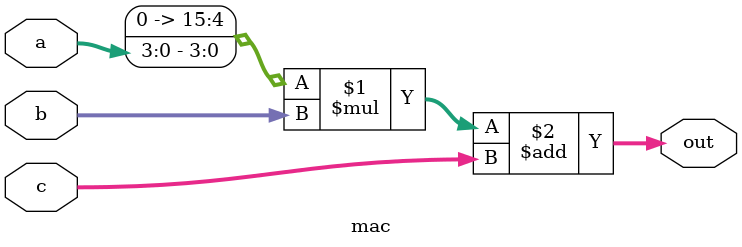
<source format=v>

module mac (out, a, b, c);

parameter bw = 4;
parameter psum_bw = 16;

input [bw-1:0] a; // unsigned activation
input signed [bw-1:0] b; // signed weight
input signed [psum_bw-1:0] c; // old_psum

output signed [psum_bw-1:0] out; // psum

assign out = $signed({1'b0, a}) * b + c;  

endmodule

</source>
